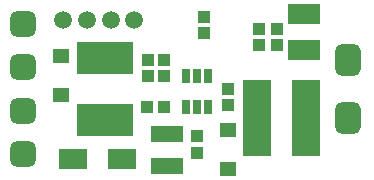
<source format=gts>
G04*
G04 #@! TF.GenerationSoftware,Altium Limited,Altium Designer,19.0.15 (446)*
G04*
G04 Layer_Color=8388736*
%FSTAX24Y24*%
%MOIN*%
G70*
G01*
G75*
%ADD26R,0.0434X0.0395*%
%ADD27R,0.1104X0.0671*%
%ADD28R,0.1104X0.0552*%
%ADD29R,0.1891X0.1064*%
%ADD30R,0.0946X0.0671*%
%ADD31R,0.0395X0.0434*%
%ADD32R,0.0316X0.0474*%
%ADD33R,0.0926X0.2560*%
%ADD34R,0.0552X0.0474*%
%ADD35C,0.0592*%
G04:AMPARAMS|DCode=36|XSize=86.7mil|YSize=86.7mil|CornerRadius=23.7mil|HoleSize=0mil|Usage=FLASHONLY|Rotation=0.000|XOffset=0mil|YOffset=0mil|HoleType=Round|Shape=RoundedRectangle|*
%AMROUNDEDRECTD36*
21,1,0.0867,0.0394,0,0,0.0*
21,1,0.0394,0.0867,0,0,0.0*
1,1,0.0474,0.0197,-0.0197*
1,1,0.0474,-0.0197,-0.0197*
1,1,0.0474,-0.0197,0.0197*
1,1,0.0474,0.0197,0.0197*
%
%ADD36ROUNDEDRECTD36*%
G04:AMPARAMS|DCode=37|XSize=86.7mil|YSize=106.4mil|CornerRadius=23.7mil|HoleSize=0mil|Usage=FLASHONLY|Rotation=0.000|XOffset=0mil|YOffset=0mil|HoleType=Round|Shape=RoundedRectangle|*
%AMROUNDEDRECTD37*
21,1,0.0867,0.0591,0,0,0.0*
21,1,0.0394,0.1064,0,0,0.0*
1,1,0.0474,0.0197,-0.0295*
1,1,0.0474,-0.0197,-0.0295*
1,1,0.0474,-0.0197,0.0295*
1,1,0.0474,0.0197,0.0295*
%
%ADD37ROUNDEDRECTD37*%
D26*
X071657Y045893D02*
D03*
Y046444D02*
D03*
X069807Y046286D02*
D03*
Y046838D02*
D03*
X072248Y046444D02*
D03*
Y045893D02*
D03*
X068488Y044857D02*
D03*
Y045409D02*
D03*
X067937Y044857D02*
D03*
Y045409D02*
D03*
X069571Y04231D02*
D03*
Y042861D02*
D03*
X070594Y044436D02*
D03*
Y043885D02*
D03*
D27*
X073153Y045735D02*
D03*
Y046916D02*
D03*
D28*
X068586Y041857D02*
D03*
Y04292D02*
D03*
D29*
X0665Y04546D02*
D03*
Y043412D02*
D03*
D30*
X06709Y042113D02*
D03*
X065437D02*
D03*
D31*
X068468Y043846D02*
D03*
X067917D02*
D03*
D32*
X069945Y044869D02*
D03*
X069571D02*
D03*
X069197D02*
D03*
Y043846D02*
D03*
X069571D02*
D03*
X069945D02*
D03*
D33*
X071588Y043452D02*
D03*
X073222D02*
D03*
D34*
X070594Y043079D02*
D03*
Y041778D02*
D03*
X065043Y04552D02*
D03*
Y044219D02*
D03*
D35*
X067484Y04672D02*
D03*
X066697D02*
D03*
X065909D02*
D03*
X065122D02*
D03*
D36*
X063783Y045153D02*
D03*
Y046594D02*
D03*
Y043712D02*
D03*
Y042271D02*
D03*
D37*
X074604Y043452D02*
D03*
Y045412D02*
D03*
M02*

</source>
